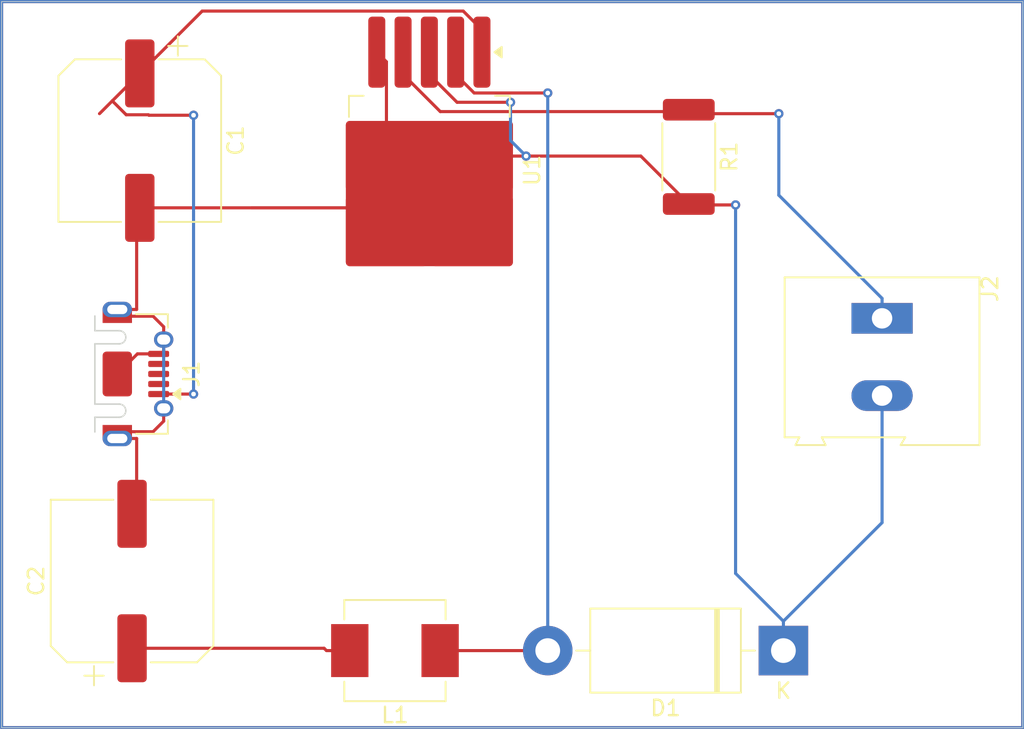
<source format=kicad_pcb>
(kicad_pcb (version 20240108) (generator "pcbnew") (generator_version "8.0")
  (layers (0 "F.Cu" signal) (31 "B.Cu" signal) (34 "B.Paste" user) (35 "F.Paste" user) (36 "B.SilkS" user "B.Silkscreen") (37 "F.SilkS" user "F.Silkscreen") (38 "B.Mask" user) (39 "F.Mask" user) (44 "Edge.Cuts" user))
  (net 0 "")
  (net 1 "Net-(D1-K)")
  (net 2 "Net-(J1-VBUS)")
  (net 3 "Net-(C2-Pad1)")
  (net 4 "Net-(D1-A)")
  (net 8 "Net-(J2-Pin_1)")
  (footprint "Inductor_SMD:L_Vishay_IHLP-2525" (layer "F.Cu") (at 124.5 105.5 180)
    (property "Reference" "L1" (at 0 -4.175 0) (layer "F.SilkS"))
    (property "Value" "100u")
    (fp_line (start 3.275 3.275) (end 3.275 2.0145) (stroke (width 0.12)) (layer "F.SilkS"))
    (fp_line (start 3.275 -3.275) (end 3.275 -2.0145) (stroke (width 0.12)) (layer "F.SilkS"))
    (fp_line (start -3.275 3.275) (end 3.275 3.275) (stroke (width 0.12)) (layer "F.SilkS"))
    (fp_line (start -3.275 2.0145) (end -3.275 3.275) (stroke (width 0.12)) (layer "F.SilkS"))
    (fp_line (start -3.275 -2.0145) (end -3.275 -3.275) (stroke (width 0.12)) (layer "F.SilkS"))
    (fp_line (start -3.275 -3.275) (end 3.275 -3.275) (stroke (width 0.12)) (layer "F.SilkS"))
    (pad "1" smd rect (at -2.921 0 180) (size 2.413 3.429) (layers "F.Cu" "F.Paste" "F.Mask") (net 4 "Net-(D1-A)"))
    (pad "2" smd rect (at 2.921 0 180) (size 2.413 3.429) (layers "F.Cu" "F.Paste" "F.Mask") (net 3 "Net-(C2-Pad1)"))
  )
  (footprint "Package_TO_SOT_SMD:TO-263-5_TabPin3" (layer "F.Cu") (at 126.725 74.425 -90)
    (property "Reference" "U1" (at 0 -6.65 90) (layer "F.SilkS"))
    (property "Value" "LM2576S-12")
    (fp_line (start -4.825 5.2) (end -4.825 4.25) (stroke (width 0.12)) (layer "F.SilkS"))
    (fp_line (start -3.46 5.2) (end -4.825 5.2) (stroke (width 0.12)) (layer "F.SilkS"))
    (fp_line (start -4.825 -5.2) (end -4.825 -4.25) (stroke (width 0.12)) (layer "F.SilkS"))
    (fp_line (start -3.46 -5.2) (end -4.825 -5.2) (stroke (width 0.12)) (layer "F.SilkS"))
    (fp_poly (pts (xy -7.65 -4.21) (xy -7.99 -4.68) (xy -7.31 -4.68) (xy -7.65 -4.21)) (stroke (width 0.12)) (fill solid) (layer "F.SilkS"))
    (pad "1" smd roundrect (at -7.65 -3.4 270) (size 4.6 1.1) (layers "F.Cu" "F.Paste" "F.Mask") (roundrect_rratio 0.227273) (net 2 "Net-(J1-VBUS)"))
    (pad "2" smd roundrect (at -7.65 -1.7 270) (size 4.6 1.1) (layers "F.Cu" "F.Paste" "F.Mask") (roundrect_rratio 0.227273) (net 4 "Net-(D1-A)"))
    (pad "3" smd roundrect (at -7.65 0 270) (size 4.6 1.1) (layers "F.Cu" "F.Paste" "F.Mask") (roundrect_rratio 0.227273) (net 1 "Net-(D1-K)"))
    (pad "3" smd roundrect (at -0.925 -2.775 270) (size 4.55 5.25) (layers "F.Cu" "F.Paste") (roundrect_rratio 0.054945) (net 1 "Net-(D1-K)"))
    (pad "3" smd roundrect (at -0.925 2.775 270) (size 4.55 5.25) (layers "F.Cu" "F.Paste") (roundrect_rratio 0.054945) (net 1 "Net-(D1-K)"))
    (pad "3" smd roundrect (at 1.5 0 270) (size 9.4 10.8) (layers "F.Cu" "F.Mask") (roundrect_rratio 0.026596) (net 1 "Net-(D1-K)"))
    (pad "3" smd roundrect (at 3.925 -2.775 270) (size 4.55 5.25) (layers "F.Cu" "F.Paste") (roundrect_rratio 0.054945) (net 1 "Net-(D1-K)"))
    (pad "3" smd roundrect (at 3.925 2.775 270) (size 4.55 5.25) (layers "F.Cu" "F.Paste") (roundrect_rratio 0.054945) (net 1 "Net-(D1-K)"))
    (pad "4" smd roundrect (at -7.65 1.7 270) (size 4.6 1.1) (layers "F.Cu" "F.Paste" "F.Mask") (roundrect_rratio 0.227273) (net 8 "Net-(J2-Pin_1)"))
    (pad "5" smd roundrect (at -7.65 3.4 270) (size 4.6 1.1) (layers "F.Cu" "F.Paste" "F.Mask") (roundrect_rratio 0.227273) (net 1 "Net-(D1-K)"))
  )
  (footprint "Capacitor_SMD:CP_Elec_10x12.6" (layer "F.Cu") (at 107.5 101 90)
    (property "Reference" "C2" (at 0 -6.2 90) (layer "F.SilkS"))
    (property "Value" "1000u")
    (fp_line (start 5.26 -5.26) (end 5.26 -1.21) (stroke (width 0.12)) (layer "F.SilkS"))
    (fp_line (start -4.195563 -5.26) (end 5.26 -5.26) (stroke (width 0.12)) (layer "F.SilkS"))
    (fp_line (start -5.26 -4.195563) (end -4.195563 -5.26) (stroke (width 0.12)) (layer "F.SilkS"))
    (fp_line (start -5.26 -4.195563) (end -5.26 -1.21) (stroke (width 0.12)) (layer "F.SilkS"))
    (fp_line (start -6.125 -3.085) (end -6.125 -1.835) (stroke (width 0.12)) (layer "F.SilkS"))
    (fp_line (start -6.75 -2.46) (end -5.5 -2.46) (stroke (width 0.12)) (layer "F.SilkS"))
    (fp_line (start -5.26 4.195563) (end -5.26 1.21) (stroke (width 0.12)) (layer "F.SilkS"))
    (fp_line (start -5.26 4.195563) (end -4.195563 5.26) (stroke (width 0.12)) (layer "F.SilkS"))
    (fp_line (start 5.26 5.26) (end 5.26 1.21) (stroke (width 0.12)) (layer "F.SilkS"))
    (fp_line (start -4.195563 5.26) (end 5.26 5.26) (stroke (width 0.12)) (layer "F.SilkS"))
    (pad "1" smd roundrect (at -4.35 0 90) (size 4.4 1.9) (layers "F.Cu" "F.Paste" "F.Mask") (roundrect_rratio 0.131579) (net 3 "Net-(C2-Pad1)"))
    (pad "2" smd roundrect (at 4.35 0 90) (size 4.4 1.9) (layers "F.Cu" "F.Paste" "F.Mask") (roundrect_rratio 0.131579) (net 1 "Net-(D1-K)"))
  )
  (footprint "Connector_USB:USB_Micro-AB_Molex_47590-0001" (layer "F.Cu") (at 106.195 87.6 -90)
    (property "Reference" "J1" (at 0 -5.15 90) (layer "F.SilkS"))
    (property "Value" "USB_B_Micro")
    (fp_line (start -3.87 -3.62) (end -3.87 -1.55) (stroke (width 0.12)) (layer "F.SilkS"))
    (fp_line (start -3.87 -3.62) (end -3 -3.62) (stroke (width 0.12)) (layer "F.SilkS"))
    (fp_line (start 3 -3.62) (end 3.87 -3.62) (stroke (width 0.12)) (layer "F.SilkS"))
    (fp_line (start 3.87 -3.62) (end 3.87 -1.55) (stroke (width 0.12)) (layer "F.SilkS"))
    (fp_poly (pts (xy 1.3 -3.96) (xy 0.96 -4.43) (xy 1.64 -4.43) (xy 1.3 -3.96)) (stroke (width 0.12)) (fill solid) (layer "F.SilkS"))
    (fp_line (start -3.75 1.1) (end -2.8 1.1) (stroke (width 0.1)) (layer "Edge.Cuts"))
    (fp_line (start -1.95 1.1) (end 1.95 1.1) (stroke (width 0.1)) (layer "Edge.Cuts"))
    (fp_line (start 2.8 1.1) (end 3.75 1.1) (stroke (width 0.1)) (layer "Edge.Cuts"))
    (fp_line (start -2.8 -0.475) (end -2.8 1.1) (stroke (width 0.1)) (layer "Edge.Cuts"))
    (fp_line (start -1.95 -0.475) (end -1.95 1.1) (stroke (width 0.1)) (layer "Edge.Cuts"))
    (fp_line (start 1.95 -0.475) (end 1.95 1.1) (stroke (width 0.1)) (layer "Edge.Cuts"))
    (fp_line (start 2.8 -0.475) (end 2.8 1.1) (stroke (width 0.1)) (layer "Edge.Cuts"))
    (fp_arc (start -2.8 -0.475) (mid -2.375 -0.9) (end -1.95 -0.475) (stroke (width 0.1)) (layer "Edge.Cuts"))
    (fp_arc (start 1.95 -0.475) (mid 2.375 -0.9) (end 2.8 -0.475) (stroke (width 0.1)) (layer "Edge.Cuts"))
    (pad "1" smd roundrect (at 1.3 -3.025 270) (size 0.4 1.35) (layers "F.Cu" "F.Paste" "F.Mask") (net 2 "Net-(J1-VBUS)"))
    (pad "2" smd roundrect (at 0.65 -3.025 270) (size 0.4 1.35) (layers "F.Cu" "F.Paste" "F.Mask"))
    (pad "3" smd roundrect (at 0 -3.025 270) (size 0.4 1.35) (layers "F.Cu" "F.Paste" "F.Mask"))
    (pad "4" smd roundrect (at -0.65 -3.025 270) (size 0.4 1.35) (layers "F.Cu" "F.Paste" "F.Mask"))
    (pad "5" smd roundrect (at -1.3 -3.025 270) (size 0.4 1.35) (layers "F.Cu" "F.Paste" "F.Mask") (net 1 "Net-(D1-K)"))
    (pad "6" thru_hole oval (at -4.175 -0.35 270) (size 1 1.9) (drill oval 0.6 1.3) (layers "*.Cu" "*.Mask") (net 1 "Net-(D1-K)"))
    (pad "6" smd rect (at -3.7375 -0.35 270) (size 0.875 1.9) (layers "F.Cu" "F.Mask") (net 1 "Net-(D1-K)"))
    (pad "6" thru_hole oval (at -2.225 -3.35 270) (size 1.05 1.25) (drill oval 0.65 0.85) (layers "*.Cu" "*.Mask") (net 1 "Net-(D1-K)"))
    (pad "6" smd roundrect (at 0 -0.35 270) (size 2.9 1.9) (layers "F.Cu" "F.Paste" "F.Mask") (roundrect_rratio 0.1315789474) (net 1 "Net-(D1-K)"))
    (pad "6" thru_hole oval (at 2.225 -3.35 270) (size 1.05 1.25) (drill oval 0.65 0.85) (layers "*.Cu" "*.Mask") (net 1 "Net-(D1-K)"))
    (pad "6" smd rect (at 3.7375 -0.35 270) (size 0.875 1.9) (layers "F.Cu" "F.Mask") (net 1 "Net-(D1-K)"))
    (pad "6" thru_hole oval (at 4.175 -0.35 270) (size 1 1.9) (drill oval 0.6 1.3) (layers "*.Cu" "*.Mask") (net 1 "Net-(D1-K)"))
  )
  (footprint "TerminalBlock:TerminalBlock_Altech_AK300-2_P5.00mm" (layer "F.Cu") (at 156 84 -90)
    (property "Reference" "J2" (at -1.92 -6.99 90) (layer "F.SilkS"))
    (property "Value" "Screw_Terminal_01x02")
    (fp_line (start -2.65 6.3) (end 7.7 6.3) (stroke (width 0.12)) (layer "F.SilkS"))
    (fp_line (start 7.7 6.3) (end 7.7 5.35) (stroke (width 0.12)) (layer "F.SilkS"))
    (fp_line (start 8.2 5.6) (end 8.2 3.7) (stroke (width 0.12)) (layer "F.SilkS"))
    (fp_line (start 7.7 5.35) (end 8.2 5.6) (stroke (width 0.12)) (layer "F.SilkS"))
    (fp_line (start 7.7 3.9) (end 7.7 -1.5) (stroke (width 0.12)) (layer "F.SilkS"))
    (fp_line (start 8.2 3.7) (end 8.2 3.65) (stroke (width 0.12)) (layer "F.SilkS"))
    (fp_line (start 8.2 3.65) (end 7.7 3.9) (stroke (width 0.12)) (layer "F.SilkS"))
    (fp_line (start 8.2 -1.2) (end 8.2 -6.3) (stroke (width 0.12)) (layer "F.SilkS"))
    (fp_line (start 7.7 -1.5) (end 8.2 -1.2) (stroke (width 0.12)) (layer "F.SilkS"))
    (fp_line (start -2.65 -6.3) (end -2.65 6.3) (stroke (width 0.12)) (layer "F.SilkS"))
    (fp_line (start 8.2 -6.3) (end -2.65 -6.3) (stroke (width 0.12)) (layer "F.SilkS"))
    (pad "1" thru_hole rect (at 0 0 270) (size 1.98 3.96) (drill 1.32) (layers "*.Cu" "*.Mask") (net 8 "Net-(J2-Pin_1)"))
    (pad "2" thru_hole oval (at 5 0 270) (size 1.98 3.96) (drill 1.32) (layers "*.Cu" "*.Mask") (net 1 "Net-(D1-K)"))
  )
  (footprint "Resistor_SMD:R_2512_6332Metric_Pad1.40x3.35mm_HandSolder" (layer "F.Cu") (at 143.5 73.55 -90)
    (property "Reference" "R1" (at 0 -2.62 90) (layer "F.SilkS"))
    (property "Value" "2k")
    (fp_line (start -2.177064 1.71) (end 2.177064 1.71) (stroke (width 0.12)) (layer "F.SilkS"))
    (fp_line (start -2.177064 -1.71) (end 2.177064 -1.71) (stroke (width 0.12)) (layer "F.SilkS"))
    (pad "1" smd roundrect (at -3.05 0 270) (size 1.4 3.35) (layers "F.Cu" "F.Paste" "F.Mask") (roundrect_rratio 0.178571) (net 8 "Net-(J2-Pin_1)"))
    (pad "2" smd roundrect (at 3.05 0 270) (size 1.4 3.35) (layers "F.Cu" "F.Paste" "F.Mask") (roundrect_rratio 0.178571) (net 1 "Net-(D1-K)"))
  )
  (footprint "Diode_THT:D_DO-201AD_P15.24mm_Horizontal" (layer "F.Cu") (at 149.62 105.5 180)
    (property "Reference" "D1" (at 7.62 -3.72 0) (layer "F.SilkS"))
    (property "Value" "1N5822")
    (fp_line (start 13.4 0) (end 12.49 0) (stroke (width 0.12)) (layer "F.SilkS"))
    (fp_line (start 12.49 2.72) (end 12.49 -2.72) (stroke (width 0.12)) (layer "F.SilkS"))
    (fp_line (start 12.49 -2.72) (end 2.75 -2.72) (stroke (width 0.12)) (layer "F.SilkS"))
    (fp_line (start 4.415 -2.72) (end 4.415 2.72) (stroke (width 0.12)) (layer "F.SilkS"))
    (fp_line (start 4.295 -2.72) (end 4.295 2.72) (stroke (width 0.12)) (layer "F.SilkS"))
    (fp_line (start 4.175 -2.72) (end 4.175 2.72) (stroke (width 0.12)) (layer "F.SilkS"))
    (fp_line (start 2.75 2.72) (end 12.49 2.72) (stroke (width 0.12)) (layer "F.SilkS"))
    (fp_line (start 2.75 -2.72) (end 2.75 2.72) (stroke (width 0.12)) (layer "F.SilkS"))
    (fp_line (start 1.84 0) (end 2.75 0) (stroke (width 0.12)) (layer "F.SilkS"))
    (fp_text user "K" (at 0 -2.6 0) (layer "F.SilkS"))
    (pad "1" thru_hole rect (at 0 0 180) (size 3.2 3.2) (drill 1.6) (layers "*.Cu" "*.Mask") (net 1 "Net-(D1-K)"))
    (pad "2" thru_hole oval (at 15.24 0 180) (size 3.2 3.2) (drill 1.6) (layers "*.Cu" "*.Mask") (net 4 "Net-(D1-A)"))
  )
  (footprint "Capacitor_SMD:CP_Elec_10x12.6" (layer "F.Cu") (at 108 72.5 -90)
    (property "Reference" "C1" (at 0 -6.2 90) (layer "F.SilkS"))
    (property "Value" "100u")
    (fp_line (start -4.195563 5.26) (end 5.26 5.26) (stroke (width 0.12)) (layer "F.SilkS"))
    (fp_line (start 5.26 5.26) (end 5.26 1.21) (stroke (width 0.12)) (layer "F.SilkS"))
    (fp_line (start -5.26 4.195563) (end -4.195563 5.26) (stroke (width 0.12)) (layer "F.SilkS"))
    (fp_line (start -5.26 4.195563) (end -5.26 1.21) (stroke (width 0.12)) (layer "F.SilkS"))
    (fp_line (start -6.75 -2.46) (end -5.5 -2.46) (stroke (width 0.12)) (layer "F.SilkS"))
    (fp_line (start -6.125 -3.085) (end -6.125 -1.835) (stroke (width 0.12)) (layer "F.SilkS"))
    (fp_line (start -5.26 -4.195563) (end -5.26 -1.21) (stroke (width 0.12)) (layer "F.SilkS"))
    (fp_line (start -5.26 -4.195563) (end -4.195563 -5.26) (stroke (width 0.12)) (layer "F.SilkS"))
    (fp_line (start -4.195563 -5.26) (end 5.26 -5.26) (stroke (width 0.12)) (layer "F.SilkS"))
    (fp_line (start 5.26 -5.26) (end 5.26 -1.21) (stroke (width 0.12)) (layer "F.SilkS"))
    (pad "1" smd roundrect (at -4.35 0 270) (size 4.4 1.9) (layers "F.Cu" "F.Paste" "F.Mask") (roundrect_rratio 0.131579) (net 2 "Net-(J1-VBUS)"))
    (pad "2" smd roundrect (at 4.35 0 270) (size 4.4 1.9) (layers "F.Cu" "F.Paste" "F.Mask") (roundrect_rratio 0.131579) (net 1 "Net-(D1-K)"))
  )
  (gr_rect (start 99.06 63.5) (end 165.1 110.49) (stroke (width 0.2)) (fill none) (layer "F.Cu"))
  (gr_rect (start 99.06 63.5) (end 165.1 110.49) (stroke (width 0.2)) (fill none) (layer "B.Cu"))
  (gr_rect (start 99.06 63.5) (end 165.1 110.49) (stroke (width 0.05)) (fill none) (layer "Edge.Cuts"))
  (segment (start 106.545 83.425) (end 107.7967 83.425) (width 0.2) (layer "F.Cu") (net 1))
  (segment (start 123.95 73.5) (end 129.5 73.5) (width 0.2) (layer "F.Cu") (net 1))
  (segment (start 123.95 73.5) (end 123.95 67.4) (width 0.2) (layer "F.Cu") (net 1))
  (segment (start 108.8592 83.8625) (end 109.545 84.5483) (width 0.2) (layer "F.Cu") (net 1))
  (segment (start 143.561 76.6612) (end 143.5 76.6) (width 0.2) (layer "F.Cu") (net 1))
  (segment (start 106.545 91.3375) (end 108.8592 91.3375) (width 0.2) (layer "F.Cu") (net 1))
  (segment (start 123.95 67.4) (end 123.325 66.775) (width 0.2) (layer "F.Cu") (net 1))
  (segment (start 107.7967 96.3533) (end 107.5 96.65) (width 0.2) (layer "F.Cu") (net 1))
  (segment (start 109.545 85.375) (end 109.545 84.5483) (width 0.2) (layer "F.Cu") (net 1))
  (segment (start 106.545 91.775) (end 106.545 91.3375) (width 0.2) (layer "F.Cu") (net 1))
  (segment (start 126.263 76.3875) (end 126.477 76.3875) (width 0.2) (layer "F.Cu") (net 1))
  (segment (start 126.659 76.032) (end 126.7 75.9908) (width 0.2) (layer "F.Cu") (net 1))
  (segment (start 127.075 75.925) (end 129.5 73.5) (width 0.2) (layer "F.Cu") (net 1))
  (segment (start 107.845 86.3) (end 109.22 86.3) (width 0.2) (layer "F.Cu") (net 1))
  (segment (start 140.4 73.5) (end 132.981 73.5) (width 0.2) (layer "F.Cu") (net 1))
  (segment (start 126.7 75.9908) (end 126.701 75.9908) (width 0.2) (layer "F.Cu") (net 1))
  (segment (start 126.618 76.0733) (end 126.659 76.0321) (width 0.2) (layer "F.Cu") (net 1))
  (segment (start 126.477 76.3875) (end 126.535 76.3291) (width 0.2) (layer "F.Cu") (net 1))
  (segment (start 106.545 83.8625) (end 106.545 83.425) (width 0.2) (layer "F.Cu") (net 1))
  (segment (start 122.45 76.85) (end 125.8 76.85) (width 0.2) (layer "F.Cu") (net 1))
  (segment (start 122.45 76.85) (end 123.95 78.35) (width 0.2) (layer "F.Cu") (net 1))
  (segment (start 125.8 76.85) (end 126.263 76.3875) (width 0.2) (layer "F.Cu") (net 1))
  (segment (start 126.618 76.0734) (end 126.618 76.0733) (width 0.2) (layer "F.Cu") (net 1))
  (segment (start 128.516 70.0194) (end 126.725 68.2289) (width 0.2) (layer "F.Cu") (net 1))
  (segment (start 106.545 83.8625) (end 108.8592 83.8625) (width 0.2) (layer "F.Cu") (net 1))
  (segment (start 109.545 89.825) (end 109.545 90.6517) (width 0.2) (layer "F.Cu") (net 1))
  (segment (start 126.535 76.1559) (end 126.577 76.1147) (width 0.2) (layer "F.Cu") (net 1))
  (segment (start 146.527 76.6612) (end 143.561 76.6612) (width 0.2) (layer "F.Cu") (net 1))
  (segment (start 108.2223 76.85) (end 115.225 76.85) (width 0.2) (layer "F.Cu") (net 1))
  (segment (start 126.725 68.2289) (end 126.725 66.775) (width 0.2) (layer "F.Cu") (net 1))
  (segment (start 108.8592 91.3375) (end 109.545 90.6517) (width 0.2) (layer "F.Cu") (net 1))
  (segment (start 106.545 91.775) (end 107.7967 91.775) (width 0.2) (layer "F.Cu") (net 1))
  (segment (start 109.545 86.2017) (end 109.3183 86.2017) (width 0.2) (layer "F.Cu") (net 1))
  (segment (start 108 76.85) (end 108.2223 76.85) (width 0.2) (layer "F.Cu") (net 1))
  (segment (start 115.225 76.85) (end 122.45 76.85) (width 0.2) (layer "F.Cu") (net 1))
  (segment (start 108.2223 76.85) (end 107.7967 77.2756) (width 0.2) (layer "F.Cu") (net 1))
  (segment (start 126.577 76.1146) (end 126.618 76.0734) (width 0.2) (layer "F.Cu") (net 1))
  (segment (start 115.225 76.85) (end 122.45 76.85) (width 0.2) (layer "F.Cu") (net 1))
  (segment (start 107.7967 91.775) (end 107.7967 96.3533) (width 0.2) (layer "F.Cu") (net 1))
  (segment (start 126.659 76.0321) (end 126.659 76.032) (width 0.2) (layer "F.Cu") (net 1))
  (segment (start 106.545 87.6) (end 107.845 86.3) (width 0.2) (layer "F.Cu") (net 1))
  (segment (start 126.535 76.3291) (end 126.535 76.1559) (width 0.2) (layer "F.Cu") (net 1))
  (segment (start 126.701 75.9738) (end 126.725 75.9495) (width 0.2) (layer "F.Cu") (net 1))
  (segment (start 109.3183 86.2017) (end 109.22 86.3) (width 0.2) (layer "F.Cu") (net 1))
  (segment (start 126.577 76.1147) (end 126.577 76.1146) (width 0.2) (layer "F.Cu") (net 1))
  (segment (start 109.545 85.375) (end 109.545 86.2017) (width 0.2) (layer "F.Cu") (net 1))
  (segment (start 107.7967 77.2756) (end 107.7967 83.425) (width 0.2) (layer "F.Cu") (net 1))
  (segment (start 126.701 75.9908) (end 126.701 75.9738) (width 0.2) (layer "F.Cu") (net 1))
  (segment (start 123.95 78.35) (end 129.5 78.35) (width 0.2) (layer "F.Cu") (net 1))
  (segment (start 126.725 75.9495) (end 126.725 75.925) (width 0.2) (layer "F.Cu") (net 1))
  (segment (start 126.725 75.925) (end 127.075 75.925) (width 0.2) (layer "F.Cu") (net 1))
  (segment (start 143.5 76.6) (end 140.4 73.5) (width 0.2) (layer "F.Cu") (net 1))
  (segment (start 132.981 73.5) (end 129.5 73.5) (width 0.2) (layer "F.Cu") (net 1))
  (segment (start 131.973 70.0194) (end 128.516 70.0194) (width 0.2) (layer "F.Cu") (net 1))
  (via (at 132.981 73.5) (size 0.6) (drill 0.3) (layers "F.Cu" "B.Cu") (net 1))
  (via (at 146.527 76.6612) (size 0.6) (drill 0.3) (layers "F.Cu" "B.Cu") (net 1))
  (via (at 131.973 70.0194) (size 0.6) (drill 0.3) (layers "F.Cu" "B.Cu") (net 1))
  (segment (start 149.62 103.6) (end 146.527 100.506) (width 0.2) (layer "B.Cu") (net 1))
  (segment (start 156 97.2183) (end 156 89) (width 0.2) (layer "B.Cu") (net 1))
  (segment (start 109.545 89.825) (end 109.545 85.375) (width 0.2) (layer "B.Cu") (net 1))
  (segment (start 149.62 105.5) (end 149.62 103.6) (width 0.2) (layer "B.Cu") (net 1))
  (segment (start 146.527 100.506) (end 146.527 76.6612) (width 0.2) (layer "B.Cu") (net 1))
  (segment (start 149.62 103.598) (end 156 97.2183) (width 0.2) (layer "B.Cu") (net 1))
  (segment (start 149.62 103.6) (end 149.62 103.598) (width 0.2) (layer "B.Cu") (net 1))
  (segment (start 131.973 70.0194) (end 131.973 72.492) (width 0.2) (layer "B.Cu") (net 1))
  (segment (start 131.973 72.492) (end 132.981 73.5) (width 0.2) (layer "B.Cu") (net 1))
  (segment (start 128.915 64.1171) (end 112.033 64.1171) (width 0.2) (layer "F.Cu") (net 2))
  (segment (start 106.222 69.9282) (end 107.1215 70.8277) (width 0.2) (layer "F.Cu") (net 2))
  (segment (start 108.5877 70.8567) (end 111.4761 70.8567) (width 0.2) (layer "F.Cu") (net 2))
  (segment (start 106.222 69.9281) (end 106.222 69.9282) (width 0.2) (layer "F.Cu") (net 2))
  (segment (start 105.394 70.7562) (end 106.222 69.9281) (width 0.2) (layer "F.Cu") (net 2))
  (segment (start 107.1215 70.8277) (end 108.5587 70.8277) (width 0.2) (layer "F.Cu") (net 2))
  (segment (start 112.033 64.1171) (end 108 68.15) (width 0.2) (layer "F.Cu") (net 2))
  (segment (start 106.222 69.9281) (end 108 68.15) (width 0.2) (layer "F.Cu") (net 2))
  (segment (start 130.125 65.3269) (end 128.915 64.1171) (width 0.2) (layer "F.Cu") (net 2))
  (segment (start 108.5587 70.8277) (end 108.5877 70.8567) (width 0.2) (layer "F.Cu") (net 2))
  (segment (start 111.4761 88.9) (end 109.22 88.9) (width 0.2) (layer "F.Cu") (net 2))
  (segment (start 130.125 66.775) (end 130.125 65.3269) (width 0.2) (layer "F.Cu") (net 2))
  (via (at 111.4761 70.8567) (size 0.6) (drill 0.3) (layers "F.Cu" "B.Cu") (net 2))
  (via (at 111.4761 88.9) (size 0.6) (drill 0.3) (layers "F.Cu" "B.Cu") (net 2))
  (segment (start 111.4761 88.9) (end 111.4761 70.8567) (width 0.2) (layer "B.Cu") (net 2))
  (segment (start 119.921 105.35) (end 107.5 105.35) (width 0.2) (layer "F.Cu") (net 3))
  (segment (start 120.071 105.5) (end 119.921 105.35) (width 0.2) (layer "F.Cu") (net 3))
  (segment (start 121.579 105.5) (end 120.071 105.5) (width 0.2) (layer "F.Cu") (net 3))
  (segment (start 129.621 69.4177) (end 134.38 69.4177) (width 0.2) (layer "F.Cu") (net 4))
  (segment (start 128.425 66.775) (end 128.425 68.2218) (width 0.2) (layer "F.Cu") (net 4))
  (segment (start 128.425 68.2218) (end 129.621 69.4177) (width 0.2) (layer "F.Cu") (net 4))
  (segment (start 134.38 105.5) (end 127.421 105.5) (width 0.2) (layer "F.Cu") (net 4))
  (via (at 134.38 69.4177) (size 0.6) (drill 0.3) (layers "F.Cu" "B.Cu") (net 4))
  (segment (start 134.38 105.5) (end 134.38 69.4177) (width 0.2) (layer "B.Cu") (net 4))
  (segment (start 149.323 70.7562) (end 143.756 70.7562) (width 0.2) (layer "F.Cu") (net 8))
  (segment (start 143.379 70.6211) (end 143.5 70.5) (width 0.2) (layer "F.Cu") (net 8))
  (segment (start 127.432 70.6211) (end 143.379 70.6211) (width 0.2) (layer "F.Cu") (net 8))
  (segment (start 125.025 68.2144) (end 127.432 70.6211) (width 0.2) (layer "F.Cu") (net 8))
  (segment (start 143.756 70.7562) (end 143.5 70.5) (width 0.2) (layer "F.Cu") (net 8))
  (segment (start 125.025 66.775) (end 125.025 68.2144) (width 0.2) (layer "F.Cu") (net 8))
  (via (at 149.323 70.7562) (size 0.6) (drill 0.3) (layers "F.Cu" "B.Cu") (net 8))
  (segment (start 149.323 76.0311) (end 149.323 70.7562) (width 0.2) (layer "B.Cu") (net 8))
  (segment (start 156 82.7083) (end 149.323 76.0311) (width 0.2) (layer "B.Cu") (net 8))
  (segment (start 156 84) (end 156 82.7083) (width 0.2) (layer "B.Cu") (net 8))
)
</source>
